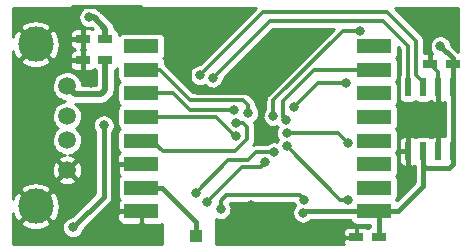
<source format=gbl>
G04 #@! TF.GenerationSoftware,KiCad,Pcbnew,no-vcs-found-feba091~58~ubuntu16.04.1*
G04 #@! TF.CreationDate,2017-03-28T10:35:50+03:00*
G04 #@! TF.ProjectId,serial_gw_ATSAMD21E,73657269616C5F67775F415453414D44,rev?*
G04 #@! TF.FileFunction,Copper,L2,Bot,Signal*
G04 #@! TF.FilePolarity,Positive*
%FSLAX46Y46*%
G04 Gerber Fmt 4.6, Leading zero omitted, Abs format (unit mm)*
G04 Created by KiCad (PCBNEW no-vcs-found-feba091~58~ubuntu16.04.1) date Tue Mar 28 10:35:50 2017*
%MOMM*%
%LPD*%
G01*
G04 APERTURE LIST*
%ADD10C,0.100000*%
%ADD11C,2.999740*%
%ADD12C,1.501140*%
%ADD13C,0.800000*%
%ADD14R,1.000000X1.000000*%
%ADD15R,1.200000X0.750000*%
%ADD16R,3.000000X1.200000*%
%ADD17R,0.600000X1.550000*%
%ADD18C,0.300000*%
%ADD19C,0.400000*%
%ADD20C,0.500000*%
%ADD21C,0.254000*%
G04 APERTURE END LIST*
D10*
D11*
X107135120Y-81044860D03*
X107135120Y-94760860D03*
D12*
X109802120Y-84600860D03*
X109802120Y-87140860D03*
X109802120Y-89172860D03*
X109802120Y-91712860D03*
D13*
X107800000Y-91900000D03*
X105800000Y-91900000D03*
X107800000Y-89900000D03*
X105800000Y-89900000D03*
X107800000Y-87900000D03*
X105800000Y-87900000D03*
X107800000Y-85900000D03*
X105800000Y-85900000D03*
X107800000Y-83900000D03*
X105800000Y-83900000D03*
D14*
X120700000Y-97300000D03*
D15*
X134300000Y-97400000D03*
X136200000Y-97400000D03*
D16*
X116100000Y-81200000D03*
X116100000Y-83200000D03*
X116100000Y-85200000D03*
X116100000Y-87200000D03*
X116100000Y-89200000D03*
X116100000Y-91200000D03*
X116100000Y-93200000D03*
X116100000Y-95200000D03*
X135800000Y-95200000D03*
X135800000Y-93200000D03*
X135800000Y-91200000D03*
X135800000Y-89200000D03*
X135800000Y-87200000D03*
X135800000Y-85200000D03*
X135800000Y-83200000D03*
X135800000Y-81200000D03*
D15*
X140550000Y-82700000D03*
X142450000Y-82700000D03*
D17*
X142505000Y-84700000D03*
X141235000Y-84700000D03*
X139965000Y-84700000D03*
X138695000Y-84700000D03*
X138695000Y-90100000D03*
X139965000Y-90100000D03*
X141235000Y-90100000D03*
X142505000Y-90100000D03*
D15*
X113050000Y-82400000D03*
X111150000Y-82400000D03*
X113050000Y-80600000D03*
X111150000Y-80600000D03*
D13*
X111800000Y-84349990D03*
X141900000Y-78400000D03*
X120200000Y-82600000D03*
X126105237Y-85545388D03*
X125404656Y-94650011D03*
X132715079Y-97490477D03*
X112900000Y-87900000D03*
X110300000Y-96549990D03*
X141400010Y-81200000D03*
X129800000Y-95300000D03*
X121683953Y-94386049D03*
X126600010Y-91049988D03*
X122800000Y-95000000D03*
X129900000Y-94200000D03*
X120700000Y-93600000D03*
X127290580Y-90193752D03*
X128427722Y-89692081D03*
X133626454Y-94214355D03*
X133599972Y-89408000D03*
X128399392Y-88592434D03*
X128976655Y-86367281D03*
X133400000Y-84300000D03*
X134600010Y-79899988D03*
X127276644Y-87125452D03*
X125140569Y-86857452D03*
X124096822Y-88775902D03*
X124128650Y-87676351D03*
X123924706Y-86595410D03*
X128332921Y-87432544D03*
X111673647Y-78750010D03*
X121050010Y-83680213D03*
X122134345Y-83865260D03*
D18*
X132715079Y-97490477D02*
X125509312Y-97490477D01*
X125509312Y-97490477D02*
X125404656Y-97385821D01*
X110300000Y-77900000D02*
X116065685Y-77900000D01*
X116065685Y-77900000D02*
X120200000Y-82034315D01*
X120200000Y-82034315D02*
X120200000Y-82600000D01*
X108655009Y-79544991D02*
X110300000Y-77900000D01*
X107135120Y-81044860D02*
X108634989Y-79544991D01*
X108634989Y-79544991D02*
X108655009Y-79544991D01*
X115200000Y-95200000D02*
X114200000Y-95200000D01*
X114200000Y-95200000D02*
X111900000Y-97500000D01*
X111900000Y-97500000D02*
X109874260Y-97500000D01*
X109874260Y-97500000D02*
X107135120Y-94760860D01*
X116100000Y-91200000D02*
X114300000Y-91200000D01*
X114300000Y-91200000D02*
X114149999Y-91350001D01*
X114149999Y-91350001D02*
X114149999Y-95200000D01*
X114149999Y-95200000D02*
X115200000Y-95200000D01*
X115200000Y-95200000D02*
X116100000Y-95200000D01*
X120845389Y-85145389D02*
X120200000Y-84500000D01*
X120200000Y-84500000D02*
X120200000Y-82600000D01*
X125705238Y-85145389D02*
X120845389Y-85145389D01*
X126105237Y-85545388D02*
X125705238Y-85145389D01*
X111150000Y-82400000D02*
X108490260Y-82400000D01*
X108490260Y-82400000D02*
X107135120Y-81044860D01*
X111800000Y-84349990D02*
X111150000Y-83699990D01*
X111150000Y-83699990D02*
X111150000Y-82400000D01*
X140550000Y-82700000D02*
X140550000Y-79750000D01*
X140550000Y-79750000D02*
X141900000Y-78400000D01*
X141235000Y-84700000D02*
X141235000Y-87700000D01*
X141235000Y-87700000D02*
X141235000Y-90100000D01*
X138695000Y-90100000D02*
X138695000Y-89025000D01*
X138695000Y-89025000D02*
X140020000Y-87700000D01*
X140020000Y-87700000D02*
X141235000Y-87700000D01*
X141235000Y-84700000D02*
X141235000Y-83385000D01*
X141235000Y-83385000D02*
X140550000Y-82700000D01*
X117000000Y-91200000D02*
X116100000Y-91200000D01*
X138695000Y-90100000D02*
X138695000Y-89625000D01*
X125404656Y-97385821D02*
X125404656Y-94650011D01*
X132715079Y-97490477D02*
X134209523Y-97490477D01*
X134209523Y-97490477D02*
X134300000Y-97400000D01*
D19*
X142505000Y-90100000D02*
X142505000Y-91175000D01*
X142505000Y-91175000D02*
X142180000Y-91500000D01*
X142180000Y-91500000D02*
X140165000Y-91500000D01*
X140165000Y-91500000D02*
X139965000Y-91300000D01*
X112900000Y-93949990D02*
X112900000Y-87900000D01*
X110300000Y-96549990D02*
X112900000Y-93949990D01*
X142450000Y-82700000D02*
X142450000Y-82249990D01*
X142450000Y-82249990D02*
X141400010Y-81200000D01*
X142505000Y-84700000D02*
X142505000Y-82755000D01*
X142505000Y-82755000D02*
X142450000Y-82700000D01*
X139965000Y-93035000D02*
X139965000Y-91300000D01*
X135800000Y-95200000D02*
X137800000Y-95200000D01*
X137800000Y-95200000D02*
X139965000Y-93035000D01*
X139965000Y-91300000D02*
X139965000Y-90100000D01*
X139965000Y-90575000D02*
X139965000Y-90100000D01*
X142505000Y-90100000D02*
X142505000Y-84700000D01*
X135800000Y-95200000D02*
X129900000Y-95200000D01*
X129900000Y-95200000D02*
X129800000Y-95300000D01*
X136200000Y-97400000D02*
X136200000Y-95600000D01*
X136200000Y-95600000D02*
X135800000Y-95200000D01*
D18*
X126199953Y-91450045D02*
X124619957Y-91450045D01*
X124619957Y-91450045D02*
X121683953Y-94386049D01*
X126600010Y-91049988D02*
X126199953Y-91450045D01*
X123299999Y-93800001D02*
X122800000Y-94300000D01*
X122800000Y-94300000D02*
X122800000Y-95000000D01*
X129500001Y-93800001D02*
X123299999Y-93800001D01*
X129900000Y-94200000D02*
X129500001Y-93800001D01*
X123449966Y-90850034D02*
X120700000Y-93600000D01*
X125761338Y-90193752D02*
X125105056Y-90850034D01*
X127290580Y-90193752D02*
X125761338Y-90193752D01*
X125105056Y-90850034D02*
X123449966Y-90850034D01*
D19*
X116100000Y-93200000D02*
X117800000Y-93200000D01*
X117800000Y-93200000D02*
X120700000Y-96100000D01*
X120700000Y-96100000D02*
X120700000Y-97300000D01*
D18*
X132949996Y-94214355D02*
X128427722Y-89692081D01*
X133626454Y-94214355D02*
X132949996Y-94214355D01*
X132784406Y-88592434D02*
X133599972Y-89408000D01*
X128399392Y-88592434D02*
X132784406Y-88592434D01*
X131043936Y-84300000D02*
X128976655Y-86367281D01*
X133400000Y-84300000D02*
X131043936Y-84300000D01*
X133184348Y-79899988D02*
X134600010Y-79899988D01*
X127276644Y-87125452D02*
X127276644Y-85807692D01*
X127276644Y-85807692D02*
X133184348Y-79899988D01*
X116100000Y-83200000D02*
X117651457Y-83200000D01*
X117651457Y-83200000D02*
X120196857Y-85745400D01*
X120196857Y-85745400D02*
X124696858Y-85745400D01*
X124696858Y-85745400D02*
X125140569Y-86189111D01*
X125140569Y-86189111D02*
X125140569Y-86857452D01*
X116100000Y-87200000D02*
X122426954Y-87200000D01*
X124002856Y-88775902D02*
X124096822Y-88775902D01*
X122426954Y-87200000D02*
X124002856Y-88775902D01*
X124694335Y-87676351D02*
X124128650Y-87676351D01*
X125050001Y-88032017D02*
X124694335Y-87676351D01*
X117000000Y-89200000D02*
X117900000Y-90100000D01*
X117900000Y-90100000D02*
X124058002Y-90100000D01*
X116100000Y-89200000D02*
X117000000Y-89200000D01*
X124058002Y-90100000D02*
X125050001Y-89108001D01*
X125050001Y-89108001D02*
X125050001Y-88032017D01*
X118802915Y-85200000D02*
X120198325Y-86595410D01*
X120198325Y-86595410D02*
X123924706Y-86595410D01*
X116100000Y-85200000D02*
X118802915Y-85200000D01*
X135800000Y-83200000D02*
X130741998Y-83200000D01*
X128126645Y-87226268D02*
X128332921Y-87432544D01*
X130741998Y-83200000D02*
X128126645Y-85815353D01*
X128126645Y-85815353D02*
X128126645Y-87226268D01*
D20*
X112075010Y-78750010D02*
X111673647Y-78750010D01*
X113050000Y-79725000D02*
X112075010Y-78750010D01*
X113050000Y-80600000D02*
X113050000Y-79725000D01*
D18*
X126430223Y-78300000D02*
X121050010Y-83680213D01*
X139365000Y-83625000D02*
X139365000Y-80765000D01*
X139965000Y-84225000D02*
X139365000Y-83625000D01*
X136900000Y-78300000D02*
X126430223Y-78300000D01*
X139965000Y-84700000D02*
X139965000Y-84225000D01*
X139365000Y-80765000D02*
X136900000Y-78300000D01*
X126949618Y-79049987D02*
X122134345Y-83865260D01*
X138695000Y-81184998D02*
X136559989Y-79049987D01*
X138695000Y-84700000D02*
X138695000Y-81184998D01*
X136559989Y-79049987D02*
X126949618Y-79049987D01*
D20*
X109802120Y-84600860D02*
X110501260Y-85300000D01*
X112700000Y-85300000D02*
X113050000Y-84950000D01*
X110501260Y-85300000D02*
X112700000Y-85300000D01*
X113050000Y-84950000D02*
X113050000Y-82400000D01*
D21*
G36*
X129071522Y-94625780D02*
X129107114Y-94681008D01*
X129086441Y-94701253D01*
X128983733Y-94851254D01*
X128912117Y-95018347D01*
X128874320Y-95196168D01*
X128871782Y-95377945D01*
X128904599Y-95556752D01*
X128971522Y-95725780D01*
X129070001Y-95878590D01*
X129196286Y-96009362D01*
X129345566Y-96113114D01*
X129512155Y-96185895D01*
X129689708Y-96224932D01*
X129871463Y-96228740D01*
X130050495Y-96197171D01*
X130219986Y-96131430D01*
X130373479Y-96034020D01*
X130485862Y-95927000D01*
X133787812Y-95927000D01*
X133810761Y-96002650D01*
X133859696Y-96094202D01*
X133925552Y-96174448D01*
X134005798Y-96240304D01*
X134097350Y-96289239D01*
X134196690Y-96319374D01*
X134300000Y-96329549D01*
X135473000Y-96329549D01*
X135473000Y-96512812D01*
X135397350Y-96535761D01*
X135305798Y-96584696D01*
X135250428Y-96630137D01*
X135235943Y-96615652D01*
X135149628Y-96557979D01*
X135053720Y-96518252D01*
X134951905Y-96498000D01*
X134504750Y-96498000D01*
X134373000Y-96629750D01*
X134373000Y-97327000D01*
X134393000Y-97327000D01*
X134393000Y-97473000D01*
X134373000Y-97473000D01*
X134373000Y-97493000D01*
X134227000Y-97493000D01*
X134227000Y-97473000D01*
X133304750Y-97473000D01*
X133173000Y-97604750D01*
X133173000Y-97826905D01*
X133193252Y-97928720D01*
X133221949Y-97998000D01*
X122427000Y-97998000D01*
X122427000Y-96973095D01*
X133173000Y-96973095D01*
X133173000Y-97195250D01*
X133304750Y-97327000D01*
X134227000Y-97327000D01*
X134227000Y-96629750D01*
X134095250Y-96498000D01*
X133648095Y-96498000D01*
X133546280Y-96518252D01*
X133450372Y-96557979D01*
X133364057Y-96615652D01*
X133290652Y-96689057D01*
X133232979Y-96775372D01*
X133193252Y-96871280D01*
X133173000Y-96973095D01*
X122427000Y-96973095D01*
X122427000Y-95848692D01*
X122512155Y-95885895D01*
X122689708Y-95924932D01*
X122871463Y-95928740D01*
X123050495Y-95897171D01*
X123219986Y-95831430D01*
X123373479Y-95734020D01*
X123505130Y-95608651D01*
X123609921Y-95460099D01*
X123683864Y-95294022D01*
X123724140Y-95116746D01*
X123727039Y-94909103D01*
X123691729Y-94730771D01*
X123622452Y-94562694D01*
X123571467Y-94485955D01*
X123580422Y-94477001D01*
X129012616Y-94477001D01*
X129071522Y-94625780D01*
X129071522Y-94625780D01*
G37*
X129071522Y-94625780D02*
X129107114Y-94681008D01*
X129086441Y-94701253D01*
X128983733Y-94851254D01*
X128912117Y-95018347D01*
X128874320Y-95196168D01*
X128871782Y-95377945D01*
X128904599Y-95556752D01*
X128971522Y-95725780D01*
X129070001Y-95878590D01*
X129196286Y-96009362D01*
X129345566Y-96113114D01*
X129512155Y-96185895D01*
X129689708Y-96224932D01*
X129871463Y-96228740D01*
X130050495Y-96197171D01*
X130219986Y-96131430D01*
X130373479Y-96034020D01*
X130485862Y-95927000D01*
X133787812Y-95927000D01*
X133810761Y-96002650D01*
X133859696Y-96094202D01*
X133925552Y-96174448D01*
X134005798Y-96240304D01*
X134097350Y-96289239D01*
X134196690Y-96319374D01*
X134300000Y-96329549D01*
X135473000Y-96329549D01*
X135473000Y-96512812D01*
X135397350Y-96535761D01*
X135305798Y-96584696D01*
X135250428Y-96630137D01*
X135235943Y-96615652D01*
X135149628Y-96557979D01*
X135053720Y-96518252D01*
X134951905Y-96498000D01*
X134504750Y-96498000D01*
X134373000Y-96629750D01*
X134373000Y-97327000D01*
X134393000Y-97327000D01*
X134393000Y-97473000D01*
X134373000Y-97473000D01*
X134373000Y-97493000D01*
X134227000Y-97493000D01*
X134227000Y-97473000D01*
X133304750Y-97473000D01*
X133173000Y-97604750D01*
X133173000Y-97826905D01*
X133193252Y-97928720D01*
X133221949Y-97998000D01*
X122427000Y-97998000D01*
X122427000Y-96973095D01*
X133173000Y-96973095D01*
X133173000Y-97195250D01*
X133304750Y-97327000D01*
X134227000Y-97327000D01*
X134227000Y-96629750D01*
X134095250Y-96498000D01*
X133648095Y-96498000D01*
X133546280Y-96518252D01*
X133450372Y-96557979D01*
X133364057Y-96615652D01*
X133290652Y-96689057D01*
X133232979Y-96775372D01*
X133193252Y-96871280D01*
X133173000Y-96973095D01*
X122427000Y-96973095D01*
X122427000Y-95848692D01*
X122512155Y-95885895D01*
X122689708Y-95924932D01*
X122871463Y-95928740D01*
X123050495Y-95897171D01*
X123219986Y-95831430D01*
X123373479Y-95734020D01*
X123505130Y-95608651D01*
X123609921Y-95460099D01*
X123683864Y-95294022D01*
X123724140Y-95116746D01*
X123727039Y-94909103D01*
X123691729Y-94730771D01*
X123622452Y-94562694D01*
X123571467Y-94485955D01*
X123580422Y-94477001D01*
X129012616Y-94477001D01*
X129071522Y-94625780D01*
G36*
X111089975Y-78024068D02*
X110960088Y-78151263D01*
X110857380Y-78301264D01*
X110785764Y-78468357D01*
X110747967Y-78646178D01*
X110745429Y-78827955D01*
X110778246Y-79006762D01*
X110845169Y-79175790D01*
X110943648Y-79328600D01*
X111069933Y-79459372D01*
X111219213Y-79563124D01*
X111385802Y-79635905D01*
X111563355Y-79674942D01*
X111745110Y-79678750D01*
X111880953Y-79654797D01*
X111973180Y-79747024D01*
X111903720Y-79718252D01*
X111801905Y-79698000D01*
X111354750Y-79698000D01*
X111223000Y-79829750D01*
X111223000Y-80527000D01*
X111243000Y-80527000D01*
X111243000Y-80673000D01*
X111223000Y-80673000D01*
X111223000Y-81370250D01*
X111352750Y-81500000D01*
X111223000Y-81629750D01*
X111223000Y-82327000D01*
X111243000Y-82327000D01*
X111243000Y-82473000D01*
X111223000Y-82473000D01*
X111223000Y-83170250D01*
X111354750Y-83302000D01*
X111801905Y-83302000D01*
X111903720Y-83281748D01*
X111999628Y-83242021D01*
X112085943Y-83184348D01*
X112100428Y-83169863D01*
X112155798Y-83215304D01*
X112247350Y-83264239D01*
X112273000Y-83272020D01*
X112273000Y-84523000D01*
X111079083Y-84523000D01*
X111079745Y-84475588D01*
X111031081Y-84229815D01*
X110935606Y-83998175D01*
X110796957Y-83789491D01*
X110620414Y-83611712D01*
X110412704Y-83471609D01*
X110181736Y-83374519D01*
X109936309Y-83324141D01*
X109685770Y-83322391D01*
X109439664Y-83369339D01*
X109207363Y-83463194D01*
X108997716Y-83600383D01*
X108818709Y-83775680D01*
X108677160Y-83982408D01*
X108578460Y-84212692D01*
X108526368Y-84457762D01*
X108522870Y-84708282D01*
X108568098Y-84954710D01*
X108660330Y-85187660D01*
X108796052Y-85398260D01*
X108970095Y-85578486D01*
X109175829Y-85721475D01*
X109405419Y-85821781D01*
X109634560Y-85872160D01*
X109439664Y-85909339D01*
X109207363Y-86003194D01*
X108997716Y-86140383D01*
X108818709Y-86315680D01*
X108677160Y-86522408D01*
X108578460Y-86752692D01*
X108526368Y-86997762D01*
X108522870Y-87248282D01*
X108568098Y-87494710D01*
X108660330Y-87727660D01*
X108796052Y-87938260D01*
X108970095Y-88118486D01*
X109023431Y-88155556D01*
X108997716Y-88172383D01*
X108818709Y-88347680D01*
X108677160Y-88554408D01*
X108578460Y-88784692D01*
X108526368Y-89029762D01*
X108522870Y-89280282D01*
X108568098Y-89526710D01*
X108660330Y-89759660D01*
X108796052Y-89970260D01*
X108970095Y-90150486D01*
X109175829Y-90293475D01*
X109405419Y-90393781D01*
X109640529Y-90445472D01*
X109529520Y-90458385D01*
X109290023Y-90535671D01*
X109107828Y-90633055D01*
X109040787Y-90848290D01*
X109802120Y-91609622D01*
X110563453Y-90848290D01*
X110496412Y-90633055D01*
X110272412Y-90518354D01*
X110030338Y-90449556D01*
X109954076Y-90443400D01*
X110147346Y-90409322D01*
X110380935Y-90318719D01*
X110592477Y-90184470D01*
X110773914Y-90011690D01*
X110918336Y-89806959D01*
X111020241Y-89578075D01*
X111075749Y-89333757D01*
X111079745Y-89047588D01*
X111031081Y-88801815D01*
X110935606Y-88570175D01*
X110796957Y-88361491D01*
X110620414Y-88183712D01*
X110583007Y-88158480D01*
X110592477Y-88152470D01*
X110773914Y-87979690D01*
X110918336Y-87774959D01*
X111020241Y-87546075D01*
X111075749Y-87301757D01*
X111079745Y-87015588D01*
X111031081Y-86769815D01*
X110935606Y-86538175D01*
X110796957Y-86329491D01*
X110620414Y-86151712D01*
X110509650Y-86077000D01*
X112700000Y-86077000D01*
X112771482Y-86069991D01*
X112842930Y-86063740D01*
X112846850Y-86062601D01*
X112850920Y-86062202D01*
X112919668Y-86041446D01*
X112988553Y-86021433D01*
X112992179Y-86019553D01*
X112996092Y-86018372D01*
X113059467Y-85984675D01*
X113123185Y-85951647D01*
X113126379Y-85949097D01*
X113129985Y-85947180D01*
X113185581Y-85901837D01*
X113241697Y-85857040D01*
X113247386Y-85851430D01*
X113247501Y-85851336D01*
X113247589Y-85851230D01*
X113249422Y-85849422D01*
X113599422Y-85499422D01*
X113644995Y-85443941D01*
X113691113Y-85388979D01*
X113693081Y-85385399D01*
X113695675Y-85382241D01*
X113729602Y-85318969D01*
X113764168Y-85256093D01*
X113765403Y-85252201D01*
X113767335Y-85248597D01*
X113788330Y-85179926D01*
X113810021Y-85111547D01*
X113810476Y-85107488D01*
X113811671Y-85103580D01*
X113818924Y-85032172D01*
X113826924Y-84960849D01*
X113826980Y-84952860D01*
X113826995Y-84952712D01*
X113826982Y-84952574D01*
X113827000Y-84950000D01*
X113827000Y-83272020D01*
X113852650Y-83264239D01*
X113944202Y-83215304D01*
X114024448Y-83149448D01*
X114070451Y-83093393D01*
X114070451Y-83800000D01*
X114080626Y-83903310D01*
X114110761Y-84002650D01*
X114159696Y-84094202D01*
X114225552Y-84174448D01*
X114256687Y-84200000D01*
X114225552Y-84225552D01*
X114159696Y-84305798D01*
X114110761Y-84397350D01*
X114080626Y-84496690D01*
X114070451Y-84600000D01*
X114070451Y-85800000D01*
X114080626Y-85903310D01*
X114110761Y-86002650D01*
X114159696Y-86094202D01*
X114225552Y-86174448D01*
X114256687Y-86200000D01*
X114225552Y-86225552D01*
X114159696Y-86305798D01*
X114110761Y-86397350D01*
X114080626Y-86496690D01*
X114070451Y-86600000D01*
X114070451Y-87800000D01*
X114080626Y-87903310D01*
X114110761Y-88002650D01*
X114159696Y-88094202D01*
X114225552Y-88174448D01*
X114256687Y-88200000D01*
X114225552Y-88225552D01*
X114159696Y-88305798D01*
X114110761Y-88397350D01*
X114080626Y-88496690D01*
X114070451Y-88600000D01*
X114070451Y-89800000D01*
X114080626Y-89903310D01*
X114110761Y-90002650D01*
X114159696Y-90094202D01*
X114225552Y-90174448D01*
X114255601Y-90199108D01*
X114190652Y-90264057D01*
X114132979Y-90350372D01*
X114093252Y-90446280D01*
X114073000Y-90548095D01*
X114073000Y-90995250D01*
X114204750Y-91127000D01*
X116027000Y-91127000D01*
X116027000Y-91107000D01*
X116173000Y-91107000D01*
X116173000Y-91127000D01*
X116193000Y-91127000D01*
X116193000Y-91273000D01*
X116173000Y-91273000D01*
X116173000Y-91293000D01*
X116027000Y-91293000D01*
X116027000Y-91273000D01*
X114204750Y-91273000D01*
X114073000Y-91404750D01*
X114073000Y-91851905D01*
X114093252Y-91953720D01*
X114132979Y-92049628D01*
X114190652Y-92135943D01*
X114255601Y-92200892D01*
X114225552Y-92225552D01*
X114159696Y-92305798D01*
X114110761Y-92397350D01*
X114080626Y-92496690D01*
X114070451Y-92600000D01*
X114070451Y-93800000D01*
X114080626Y-93903310D01*
X114110761Y-94002650D01*
X114159696Y-94094202D01*
X114225552Y-94174448D01*
X114255601Y-94199108D01*
X114190652Y-94264057D01*
X114132979Y-94350372D01*
X114093252Y-94446280D01*
X114073000Y-94548095D01*
X114073000Y-94995250D01*
X114204750Y-95127000D01*
X116027000Y-95127000D01*
X116027000Y-95107000D01*
X116173000Y-95107000D01*
X116173000Y-95127000D01*
X116193000Y-95127000D01*
X116193000Y-95273000D01*
X116173000Y-95273000D01*
X116173000Y-96195250D01*
X116304750Y-96327000D01*
X117651905Y-96327000D01*
X117753720Y-96306748D01*
X117849628Y-96267021D01*
X117873000Y-96251405D01*
X117873000Y-97998000D01*
X105202000Y-97998000D01*
X105202000Y-96158476D01*
X105840741Y-96158476D01*
X105997819Y-96450416D01*
X106349287Y-96639829D01*
X106730955Y-96757033D01*
X107128155Y-96797526D01*
X107525623Y-96759750D01*
X107908083Y-96645159D01*
X107940573Y-96627935D01*
X109371782Y-96627935D01*
X109404599Y-96806742D01*
X109471522Y-96975770D01*
X109570001Y-97128580D01*
X109696286Y-97259352D01*
X109845566Y-97363104D01*
X110012155Y-97435885D01*
X110189708Y-97474922D01*
X110371463Y-97478730D01*
X110550495Y-97447161D01*
X110719986Y-97381420D01*
X110873479Y-97284010D01*
X111005130Y-97158641D01*
X111109921Y-97010089D01*
X111183864Y-96844012D01*
X111224140Y-96666736D01*
X111224321Y-96653803D01*
X112473373Y-95404750D01*
X114073000Y-95404750D01*
X114073000Y-95851905D01*
X114093252Y-95953720D01*
X114132979Y-96049628D01*
X114190652Y-96135943D01*
X114264057Y-96209348D01*
X114350372Y-96267021D01*
X114446280Y-96306748D01*
X114548095Y-96327000D01*
X115895250Y-96327000D01*
X116027000Y-96195250D01*
X116027000Y-95273000D01*
X114204750Y-95273000D01*
X114073000Y-95404750D01*
X112473373Y-95404750D01*
X113414066Y-94464057D01*
X113456656Y-94412207D01*
X113499858Y-94360721D01*
X113501702Y-94357367D01*
X113504125Y-94354417D01*
X113535848Y-94295254D01*
X113568211Y-94236386D01*
X113569366Y-94232745D01*
X113571174Y-94229373D01*
X113590818Y-94165121D01*
X113611113Y-94101142D01*
X113611539Y-94097344D01*
X113612657Y-94093687D01*
X113619442Y-94026890D01*
X113626929Y-93960141D01*
X113626981Y-93952663D01*
X113626995Y-93952528D01*
X113626983Y-93952402D01*
X113627000Y-93949990D01*
X113627000Y-88477648D01*
X113709921Y-88360099D01*
X113783864Y-88194022D01*
X113824140Y-88016746D01*
X113827039Y-87809103D01*
X113791729Y-87630771D01*
X113722452Y-87462694D01*
X113621849Y-87311274D01*
X113493751Y-87182278D01*
X113343037Y-87080621D01*
X113175448Y-87010173D01*
X112997367Y-86973618D01*
X112815577Y-86972349D01*
X112637003Y-87006413D01*
X112468447Y-87074515D01*
X112316328Y-87174058D01*
X112186441Y-87301253D01*
X112083733Y-87451254D01*
X112012117Y-87618347D01*
X111974320Y-87796168D01*
X111971782Y-87977945D01*
X112004599Y-88156752D01*
X112071522Y-88325780D01*
X112170001Y-88478590D01*
X112173000Y-88481696D01*
X112173000Y-93648857D01*
X110195732Y-95626125D01*
X110037003Y-95656403D01*
X109868447Y-95724505D01*
X109716328Y-95824048D01*
X109586441Y-95951243D01*
X109483733Y-96101244D01*
X109412117Y-96268337D01*
X109374320Y-96446158D01*
X109371782Y-96627935D01*
X107940573Y-96627935D01*
X108260840Y-96458155D01*
X108272421Y-96450416D01*
X108429499Y-96158476D01*
X107135120Y-94864098D01*
X105840741Y-96158476D01*
X105202000Y-96158476D01*
X105202000Y-95370878D01*
X105250821Y-95533823D01*
X105437825Y-95886580D01*
X105445564Y-95898161D01*
X105737504Y-96055239D01*
X107031882Y-94760860D01*
X107238358Y-94760860D01*
X108532736Y-96055239D01*
X108824676Y-95898161D01*
X109014089Y-95546693D01*
X109131293Y-95165025D01*
X109171786Y-94767825D01*
X109134010Y-94370357D01*
X109019419Y-93987897D01*
X108832415Y-93635140D01*
X108824676Y-93623559D01*
X108532736Y-93466481D01*
X107238358Y-94760860D01*
X107031882Y-94760860D01*
X105737504Y-93466481D01*
X105445564Y-93623559D01*
X105256151Y-93975027D01*
X105202000Y-94151367D01*
X105202000Y-93363244D01*
X105840741Y-93363244D01*
X107135120Y-94657622D01*
X108429499Y-93363244D01*
X108272421Y-93071304D01*
X107920953Y-92881891D01*
X107539285Y-92764687D01*
X107142085Y-92724194D01*
X106744617Y-92761970D01*
X106362157Y-92876561D01*
X106009400Y-93063565D01*
X105997819Y-93071304D01*
X105840741Y-93363244D01*
X105202000Y-93363244D01*
X105202000Y-92577430D01*
X109040787Y-92577430D01*
X109107828Y-92792665D01*
X109331828Y-92907366D01*
X109573902Y-92976164D01*
X109824745Y-92996412D01*
X110074720Y-92967335D01*
X110314217Y-92890049D01*
X110496412Y-92792665D01*
X110563453Y-92577430D01*
X109802120Y-91816098D01*
X109040787Y-92577430D01*
X105202000Y-92577430D01*
X105202000Y-91735485D01*
X108518568Y-91735485D01*
X108547645Y-91985460D01*
X108624931Y-92224957D01*
X108722315Y-92407152D01*
X108937550Y-92474193D01*
X109698882Y-91712860D01*
X109905358Y-91712860D01*
X110666690Y-92474193D01*
X110881925Y-92407152D01*
X110996626Y-92183152D01*
X111065424Y-91941078D01*
X111085672Y-91690235D01*
X111056595Y-91440260D01*
X110979309Y-91200763D01*
X110881925Y-91018568D01*
X110666690Y-90951527D01*
X109905358Y-91712860D01*
X109698882Y-91712860D01*
X108937550Y-90951527D01*
X108722315Y-91018568D01*
X108607614Y-91242568D01*
X108538816Y-91484642D01*
X108518568Y-91735485D01*
X105202000Y-91735485D01*
X105202000Y-82442476D01*
X105840741Y-82442476D01*
X105997819Y-82734416D01*
X106349287Y-82923829D01*
X106730955Y-83041033D01*
X107128155Y-83081526D01*
X107525623Y-83043750D01*
X107908083Y-82929159D01*
X108260840Y-82742155D01*
X108272421Y-82734416D01*
X108342187Y-82604750D01*
X110023000Y-82604750D01*
X110023000Y-82826905D01*
X110043252Y-82928720D01*
X110082979Y-83024628D01*
X110140652Y-83110943D01*
X110214057Y-83184348D01*
X110300372Y-83242021D01*
X110396280Y-83281748D01*
X110498095Y-83302000D01*
X110945250Y-83302000D01*
X111077000Y-83170250D01*
X111077000Y-82473000D01*
X110154750Y-82473000D01*
X110023000Y-82604750D01*
X108342187Y-82604750D01*
X108429499Y-82442476D01*
X107135120Y-81148098D01*
X105840741Y-82442476D01*
X105202000Y-82442476D01*
X105202000Y-81654878D01*
X105250821Y-81817823D01*
X105437825Y-82170580D01*
X105445564Y-82182161D01*
X105737504Y-82339239D01*
X107031882Y-81044860D01*
X107238358Y-81044860D01*
X108532736Y-82339239D01*
X108824676Y-82182161D01*
X109014089Y-81830693D01*
X109131293Y-81449025D01*
X109171786Y-81051825D01*
X109148304Y-80804750D01*
X110023000Y-80804750D01*
X110023000Y-81026905D01*
X110043252Y-81128720D01*
X110082979Y-81224628D01*
X110140652Y-81310943D01*
X110214057Y-81384348D01*
X110300372Y-81442021D01*
X110396280Y-81481748D01*
X110488040Y-81500000D01*
X110396280Y-81518252D01*
X110300372Y-81557979D01*
X110214057Y-81615652D01*
X110140652Y-81689057D01*
X110082979Y-81775372D01*
X110043252Y-81871280D01*
X110023000Y-81973095D01*
X110023000Y-82195250D01*
X110154750Y-82327000D01*
X111077000Y-82327000D01*
X111077000Y-81629750D01*
X110947250Y-81500000D01*
X111077000Y-81370250D01*
X111077000Y-80673000D01*
X110154750Y-80673000D01*
X110023000Y-80804750D01*
X109148304Y-80804750D01*
X109134010Y-80654357D01*
X109019419Y-80271897D01*
X108967042Y-80173095D01*
X110023000Y-80173095D01*
X110023000Y-80395250D01*
X110154750Y-80527000D01*
X111077000Y-80527000D01*
X111077000Y-79829750D01*
X110945250Y-79698000D01*
X110498095Y-79698000D01*
X110396280Y-79718252D01*
X110300372Y-79757979D01*
X110214057Y-79815652D01*
X110140652Y-79889057D01*
X110082979Y-79975372D01*
X110043252Y-80071280D01*
X110023000Y-80173095D01*
X108967042Y-80173095D01*
X108832415Y-79919140D01*
X108824676Y-79907559D01*
X108532736Y-79750481D01*
X107238358Y-81044860D01*
X107031882Y-81044860D01*
X105737504Y-79750481D01*
X105445564Y-79907559D01*
X105256151Y-80259027D01*
X105202000Y-80435367D01*
X105202000Y-79647244D01*
X105840741Y-79647244D01*
X107135120Y-80941622D01*
X108429499Y-79647244D01*
X108272421Y-79355304D01*
X107920953Y-79165891D01*
X107539285Y-79048687D01*
X107142085Y-79008194D01*
X106744617Y-79045970D01*
X106362157Y-79160561D01*
X106009400Y-79347565D01*
X105997819Y-79355304D01*
X105840741Y-79647244D01*
X105202000Y-79647244D01*
X105202000Y-78002000D01*
X111123699Y-78002000D01*
X111089975Y-78024068D01*
X111089975Y-78024068D01*
G37*
X111089975Y-78024068D02*
X110960088Y-78151263D01*
X110857380Y-78301264D01*
X110785764Y-78468357D01*
X110747967Y-78646178D01*
X110745429Y-78827955D01*
X110778246Y-79006762D01*
X110845169Y-79175790D01*
X110943648Y-79328600D01*
X111069933Y-79459372D01*
X111219213Y-79563124D01*
X111385802Y-79635905D01*
X111563355Y-79674942D01*
X111745110Y-79678750D01*
X111880953Y-79654797D01*
X111973180Y-79747024D01*
X111903720Y-79718252D01*
X111801905Y-79698000D01*
X111354750Y-79698000D01*
X111223000Y-79829750D01*
X111223000Y-80527000D01*
X111243000Y-80527000D01*
X111243000Y-80673000D01*
X111223000Y-80673000D01*
X111223000Y-81370250D01*
X111352750Y-81500000D01*
X111223000Y-81629750D01*
X111223000Y-82327000D01*
X111243000Y-82327000D01*
X111243000Y-82473000D01*
X111223000Y-82473000D01*
X111223000Y-83170250D01*
X111354750Y-83302000D01*
X111801905Y-83302000D01*
X111903720Y-83281748D01*
X111999628Y-83242021D01*
X112085943Y-83184348D01*
X112100428Y-83169863D01*
X112155798Y-83215304D01*
X112247350Y-83264239D01*
X112273000Y-83272020D01*
X112273000Y-84523000D01*
X111079083Y-84523000D01*
X111079745Y-84475588D01*
X111031081Y-84229815D01*
X110935606Y-83998175D01*
X110796957Y-83789491D01*
X110620414Y-83611712D01*
X110412704Y-83471609D01*
X110181736Y-83374519D01*
X109936309Y-83324141D01*
X109685770Y-83322391D01*
X109439664Y-83369339D01*
X109207363Y-83463194D01*
X108997716Y-83600383D01*
X108818709Y-83775680D01*
X108677160Y-83982408D01*
X108578460Y-84212692D01*
X108526368Y-84457762D01*
X108522870Y-84708282D01*
X108568098Y-84954710D01*
X108660330Y-85187660D01*
X108796052Y-85398260D01*
X108970095Y-85578486D01*
X109175829Y-85721475D01*
X109405419Y-85821781D01*
X109634560Y-85872160D01*
X109439664Y-85909339D01*
X109207363Y-86003194D01*
X108997716Y-86140383D01*
X108818709Y-86315680D01*
X108677160Y-86522408D01*
X108578460Y-86752692D01*
X108526368Y-86997762D01*
X108522870Y-87248282D01*
X108568098Y-87494710D01*
X108660330Y-87727660D01*
X108796052Y-87938260D01*
X108970095Y-88118486D01*
X109023431Y-88155556D01*
X108997716Y-88172383D01*
X108818709Y-88347680D01*
X108677160Y-88554408D01*
X108578460Y-88784692D01*
X108526368Y-89029762D01*
X108522870Y-89280282D01*
X108568098Y-89526710D01*
X108660330Y-89759660D01*
X108796052Y-89970260D01*
X108970095Y-90150486D01*
X109175829Y-90293475D01*
X109405419Y-90393781D01*
X109640529Y-90445472D01*
X109529520Y-90458385D01*
X109290023Y-90535671D01*
X109107828Y-90633055D01*
X109040787Y-90848290D01*
X109802120Y-91609622D01*
X110563453Y-90848290D01*
X110496412Y-90633055D01*
X110272412Y-90518354D01*
X110030338Y-90449556D01*
X109954076Y-90443400D01*
X110147346Y-90409322D01*
X110380935Y-90318719D01*
X110592477Y-90184470D01*
X110773914Y-90011690D01*
X110918336Y-89806959D01*
X111020241Y-89578075D01*
X111075749Y-89333757D01*
X111079745Y-89047588D01*
X111031081Y-88801815D01*
X110935606Y-88570175D01*
X110796957Y-88361491D01*
X110620414Y-88183712D01*
X110583007Y-88158480D01*
X110592477Y-88152470D01*
X110773914Y-87979690D01*
X110918336Y-87774959D01*
X111020241Y-87546075D01*
X111075749Y-87301757D01*
X111079745Y-87015588D01*
X111031081Y-86769815D01*
X110935606Y-86538175D01*
X110796957Y-86329491D01*
X110620414Y-86151712D01*
X110509650Y-86077000D01*
X112700000Y-86077000D01*
X112771482Y-86069991D01*
X112842930Y-86063740D01*
X112846850Y-86062601D01*
X112850920Y-86062202D01*
X112919668Y-86041446D01*
X112988553Y-86021433D01*
X112992179Y-86019553D01*
X112996092Y-86018372D01*
X113059467Y-85984675D01*
X113123185Y-85951647D01*
X113126379Y-85949097D01*
X113129985Y-85947180D01*
X113185581Y-85901837D01*
X113241697Y-85857040D01*
X113247386Y-85851430D01*
X113247501Y-85851336D01*
X113247589Y-85851230D01*
X113249422Y-85849422D01*
X113599422Y-85499422D01*
X113644995Y-85443941D01*
X113691113Y-85388979D01*
X113693081Y-85385399D01*
X113695675Y-85382241D01*
X113729602Y-85318969D01*
X113764168Y-85256093D01*
X113765403Y-85252201D01*
X113767335Y-85248597D01*
X113788330Y-85179926D01*
X113810021Y-85111547D01*
X113810476Y-85107488D01*
X113811671Y-85103580D01*
X113818924Y-85032172D01*
X113826924Y-84960849D01*
X113826980Y-84952860D01*
X113826995Y-84952712D01*
X113826982Y-84952574D01*
X113827000Y-84950000D01*
X113827000Y-83272020D01*
X113852650Y-83264239D01*
X113944202Y-83215304D01*
X114024448Y-83149448D01*
X114070451Y-83093393D01*
X114070451Y-83800000D01*
X114080626Y-83903310D01*
X114110761Y-84002650D01*
X114159696Y-84094202D01*
X114225552Y-84174448D01*
X114256687Y-84200000D01*
X114225552Y-84225552D01*
X114159696Y-84305798D01*
X114110761Y-84397350D01*
X114080626Y-84496690D01*
X114070451Y-84600000D01*
X114070451Y-85800000D01*
X114080626Y-85903310D01*
X114110761Y-86002650D01*
X114159696Y-86094202D01*
X114225552Y-86174448D01*
X114256687Y-86200000D01*
X114225552Y-86225552D01*
X114159696Y-86305798D01*
X114110761Y-86397350D01*
X114080626Y-86496690D01*
X114070451Y-86600000D01*
X114070451Y-87800000D01*
X114080626Y-87903310D01*
X114110761Y-88002650D01*
X114159696Y-88094202D01*
X114225552Y-88174448D01*
X114256687Y-88200000D01*
X114225552Y-88225552D01*
X114159696Y-88305798D01*
X114110761Y-88397350D01*
X114080626Y-88496690D01*
X114070451Y-88600000D01*
X114070451Y-89800000D01*
X114080626Y-89903310D01*
X114110761Y-90002650D01*
X114159696Y-90094202D01*
X114225552Y-90174448D01*
X114255601Y-90199108D01*
X114190652Y-90264057D01*
X114132979Y-90350372D01*
X114093252Y-90446280D01*
X114073000Y-90548095D01*
X114073000Y-90995250D01*
X114204750Y-91127000D01*
X116027000Y-91127000D01*
X116027000Y-91107000D01*
X116173000Y-91107000D01*
X116173000Y-91127000D01*
X116193000Y-91127000D01*
X116193000Y-91273000D01*
X116173000Y-91273000D01*
X116173000Y-91293000D01*
X116027000Y-91293000D01*
X116027000Y-91273000D01*
X114204750Y-91273000D01*
X114073000Y-91404750D01*
X114073000Y-91851905D01*
X114093252Y-91953720D01*
X114132979Y-92049628D01*
X114190652Y-92135943D01*
X114255601Y-92200892D01*
X114225552Y-92225552D01*
X114159696Y-92305798D01*
X114110761Y-92397350D01*
X114080626Y-92496690D01*
X114070451Y-92600000D01*
X114070451Y-93800000D01*
X114080626Y-93903310D01*
X114110761Y-94002650D01*
X114159696Y-94094202D01*
X114225552Y-94174448D01*
X114255601Y-94199108D01*
X114190652Y-94264057D01*
X114132979Y-94350372D01*
X114093252Y-94446280D01*
X114073000Y-94548095D01*
X114073000Y-94995250D01*
X114204750Y-95127000D01*
X116027000Y-95127000D01*
X116027000Y-95107000D01*
X116173000Y-95107000D01*
X116173000Y-95127000D01*
X116193000Y-95127000D01*
X116193000Y-95273000D01*
X116173000Y-95273000D01*
X116173000Y-96195250D01*
X116304750Y-96327000D01*
X117651905Y-96327000D01*
X117753720Y-96306748D01*
X117849628Y-96267021D01*
X117873000Y-96251405D01*
X117873000Y-97998000D01*
X105202000Y-97998000D01*
X105202000Y-96158476D01*
X105840741Y-96158476D01*
X105997819Y-96450416D01*
X106349287Y-96639829D01*
X106730955Y-96757033D01*
X107128155Y-96797526D01*
X107525623Y-96759750D01*
X107908083Y-96645159D01*
X107940573Y-96627935D01*
X109371782Y-96627935D01*
X109404599Y-96806742D01*
X109471522Y-96975770D01*
X109570001Y-97128580D01*
X109696286Y-97259352D01*
X109845566Y-97363104D01*
X110012155Y-97435885D01*
X110189708Y-97474922D01*
X110371463Y-97478730D01*
X110550495Y-97447161D01*
X110719986Y-97381420D01*
X110873479Y-97284010D01*
X111005130Y-97158641D01*
X111109921Y-97010089D01*
X111183864Y-96844012D01*
X111224140Y-96666736D01*
X111224321Y-96653803D01*
X112473373Y-95404750D01*
X114073000Y-95404750D01*
X114073000Y-95851905D01*
X114093252Y-95953720D01*
X114132979Y-96049628D01*
X114190652Y-96135943D01*
X114264057Y-96209348D01*
X114350372Y-96267021D01*
X114446280Y-96306748D01*
X114548095Y-96327000D01*
X115895250Y-96327000D01*
X116027000Y-96195250D01*
X116027000Y-95273000D01*
X114204750Y-95273000D01*
X114073000Y-95404750D01*
X112473373Y-95404750D01*
X113414066Y-94464057D01*
X113456656Y-94412207D01*
X113499858Y-94360721D01*
X113501702Y-94357367D01*
X113504125Y-94354417D01*
X113535848Y-94295254D01*
X113568211Y-94236386D01*
X113569366Y-94232745D01*
X113571174Y-94229373D01*
X113590818Y-94165121D01*
X113611113Y-94101142D01*
X113611539Y-94097344D01*
X113612657Y-94093687D01*
X113619442Y-94026890D01*
X113626929Y-93960141D01*
X113626981Y-93952663D01*
X113626995Y-93952528D01*
X113626983Y-93952402D01*
X113627000Y-93949990D01*
X113627000Y-88477648D01*
X113709921Y-88360099D01*
X113783864Y-88194022D01*
X113824140Y-88016746D01*
X113827039Y-87809103D01*
X113791729Y-87630771D01*
X113722452Y-87462694D01*
X113621849Y-87311274D01*
X113493751Y-87182278D01*
X113343037Y-87080621D01*
X113175448Y-87010173D01*
X112997367Y-86973618D01*
X112815577Y-86972349D01*
X112637003Y-87006413D01*
X112468447Y-87074515D01*
X112316328Y-87174058D01*
X112186441Y-87301253D01*
X112083733Y-87451254D01*
X112012117Y-87618347D01*
X111974320Y-87796168D01*
X111971782Y-87977945D01*
X112004599Y-88156752D01*
X112071522Y-88325780D01*
X112170001Y-88478590D01*
X112173000Y-88481696D01*
X112173000Y-93648857D01*
X110195732Y-95626125D01*
X110037003Y-95656403D01*
X109868447Y-95724505D01*
X109716328Y-95824048D01*
X109586441Y-95951243D01*
X109483733Y-96101244D01*
X109412117Y-96268337D01*
X109374320Y-96446158D01*
X109371782Y-96627935D01*
X107940573Y-96627935D01*
X108260840Y-96458155D01*
X108272421Y-96450416D01*
X108429499Y-96158476D01*
X107135120Y-94864098D01*
X105840741Y-96158476D01*
X105202000Y-96158476D01*
X105202000Y-95370878D01*
X105250821Y-95533823D01*
X105437825Y-95886580D01*
X105445564Y-95898161D01*
X105737504Y-96055239D01*
X107031882Y-94760860D01*
X107238358Y-94760860D01*
X108532736Y-96055239D01*
X108824676Y-95898161D01*
X109014089Y-95546693D01*
X109131293Y-95165025D01*
X109171786Y-94767825D01*
X109134010Y-94370357D01*
X109019419Y-93987897D01*
X108832415Y-93635140D01*
X108824676Y-93623559D01*
X108532736Y-93466481D01*
X107238358Y-94760860D01*
X107031882Y-94760860D01*
X105737504Y-93466481D01*
X105445564Y-93623559D01*
X105256151Y-93975027D01*
X105202000Y-94151367D01*
X105202000Y-93363244D01*
X105840741Y-93363244D01*
X107135120Y-94657622D01*
X108429499Y-93363244D01*
X108272421Y-93071304D01*
X107920953Y-92881891D01*
X107539285Y-92764687D01*
X107142085Y-92724194D01*
X106744617Y-92761970D01*
X106362157Y-92876561D01*
X106009400Y-93063565D01*
X105997819Y-93071304D01*
X105840741Y-93363244D01*
X105202000Y-93363244D01*
X105202000Y-92577430D01*
X109040787Y-92577430D01*
X109107828Y-92792665D01*
X109331828Y-92907366D01*
X109573902Y-92976164D01*
X109824745Y-92996412D01*
X110074720Y-92967335D01*
X110314217Y-92890049D01*
X110496412Y-92792665D01*
X110563453Y-92577430D01*
X109802120Y-91816098D01*
X109040787Y-92577430D01*
X105202000Y-92577430D01*
X105202000Y-91735485D01*
X108518568Y-91735485D01*
X108547645Y-91985460D01*
X108624931Y-92224957D01*
X108722315Y-92407152D01*
X108937550Y-92474193D01*
X109698882Y-91712860D01*
X109905358Y-91712860D01*
X110666690Y-92474193D01*
X110881925Y-92407152D01*
X110996626Y-92183152D01*
X111065424Y-91941078D01*
X111085672Y-91690235D01*
X111056595Y-91440260D01*
X110979309Y-91200763D01*
X110881925Y-91018568D01*
X110666690Y-90951527D01*
X109905358Y-91712860D01*
X109698882Y-91712860D01*
X108937550Y-90951527D01*
X108722315Y-91018568D01*
X108607614Y-91242568D01*
X108538816Y-91484642D01*
X108518568Y-91735485D01*
X105202000Y-91735485D01*
X105202000Y-82442476D01*
X105840741Y-82442476D01*
X105997819Y-82734416D01*
X106349287Y-82923829D01*
X106730955Y-83041033D01*
X107128155Y-83081526D01*
X107525623Y-83043750D01*
X107908083Y-82929159D01*
X108260840Y-82742155D01*
X108272421Y-82734416D01*
X108342187Y-82604750D01*
X110023000Y-82604750D01*
X110023000Y-82826905D01*
X110043252Y-82928720D01*
X110082979Y-83024628D01*
X110140652Y-83110943D01*
X110214057Y-83184348D01*
X110300372Y-83242021D01*
X110396280Y-83281748D01*
X110498095Y-83302000D01*
X110945250Y-83302000D01*
X111077000Y-83170250D01*
X111077000Y-82473000D01*
X110154750Y-82473000D01*
X110023000Y-82604750D01*
X108342187Y-82604750D01*
X108429499Y-82442476D01*
X107135120Y-81148098D01*
X105840741Y-82442476D01*
X105202000Y-82442476D01*
X105202000Y-81654878D01*
X105250821Y-81817823D01*
X105437825Y-82170580D01*
X105445564Y-82182161D01*
X105737504Y-82339239D01*
X107031882Y-81044860D01*
X107238358Y-81044860D01*
X108532736Y-82339239D01*
X108824676Y-82182161D01*
X109014089Y-81830693D01*
X109131293Y-81449025D01*
X109171786Y-81051825D01*
X109148304Y-80804750D01*
X110023000Y-80804750D01*
X110023000Y-81026905D01*
X110043252Y-81128720D01*
X110082979Y-81224628D01*
X110140652Y-81310943D01*
X110214057Y-81384348D01*
X110300372Y-81442021D01*
X110396280Y-81481748D01*
X110488040Y-81500000D01*
X110396280Y-81518252D01*
X110300372Y-81557979D01*
X110214057Y-81615652D01*
X110140652Y-81689057D01*
X110082979Y-81775372D01*
X110043252Y-81871280D01*
X110023000Y-81973095D01*
X110023000Y-82195250D01*
X110154750Y-82327000D01*
X111077000Y-82327000D01*
X111077000Y-81629750D01*
X110947250Y-81500000D01*
X111077000Y-81370250D01*
X111077000Y-80673000D01*
X110154750Y-80673000D01*
X110023000Y-80804750D01*
X109148304Y-80804750D01*
X109134010Y-80654357D01*
X109019419Y-80271897D01*
X108967042Y-80173095D01*
X110023000Y-80173095D01*
X110023000Y-80395250D01*
X110154750Y-80527000D01*
X111077000Y-80527000D01*
X111077000Y-79829750D01*
X110945250Y-79698000D01*
X110498095Y-79698000D01*
X110396280Y-79718252D01*
X110300372Y-79757979D01*
X110214057Y-79815652D01*
X110140652Y-79889057D01*
X110082979Y-79975372D01*
X110043252Y-80071280D01*
X110023000Y-80173095D01*
X108967042Y-80173095D01*
X108832415Y-79919140D01*
X108824676Y-79907559D01*
X108532736Y-79750481D01*
X107238358Y-81044860D01*
X107031882Y-81044860D01*
X105737504Y-79750481D01*
X105445564Y-79907559D01*
X105256151Y-80259027D01*
X105202000Y-80435367D01*
X105202000Y-79647244D01*
X105840741Y-79647244D01*
X107135120Y-80941622D01*
X108429499Y-79647244D01*
X108272421Y-79355304D01*
X107920953Y-79165891D01*
X107539285Y-79048687D01*
X107142085Y-79008194D01*
X106744617Y-79045970D01*
X106362157Y-79160561D01*
X106009400Y-79347565D01*
X105997819Y-79355304D01*
X105840741Y-79647244D01*
X105202000Y-79647244D01*
X105202000Y-78002000D01*
X111123699Y-78002000D01*
X111089975Y-78024068D01*
G36*
X138018000Y-81465421D02*
X138018000Y-83553662D01*
X137954696Y-83630798D01*
X137905761Y-83722350D01*
X137875626Y-83821690D01*
X137865451Y-83925000D01*
X137865451Y-85475000D01*
X137875626Y-85578310D01*
X137905761Y-85677650D01*
X137954696Y-85769202D01*
X138020552Y-85849448D01*
X138100798Y-85915304D01*
X138192350Y-85964239D01*
X138291690Y-85994374D01*
X138395000Y-86004549D01*
X138995000Y-86004549D01*
X139098310Y-85994374D01*
X139197650Y-85964239D01*
X139289202Y-85915304D01*
X139330000Y-85881822D01*
X139370798Y-85915304D01*
X139462350Y-85964239D01*
X139561690Y-85994374D01*
X139665000Y-86004549D01*
X140265000Y-86004549D01*
X140368310Y-85994374D01*
X140467650Y-85964239D01*
X140559202Y-85915304D01*
X140598095Y-85883386D01*
X140599057Y-85884348D01*
X140685372Y-85942021D01*
X140781280Y-85981748D01*
X140883095Y-86002000D01*
X141030250Y-86002000D01*
X141162000Y-85870250D01*
X141162000Y-84773000D01*
X141142000Y-84773000D01*
X141142000Y-84627000D01*
X141162000Y-84627000D01*
X141162000Y-84607000D01*
X141308000Y-84607000D01*
X141308000Y-84627000D01*
X141328000Y-84627000D01*
X141328000Y-84773000D01*
X141308000Y-84773000D01*
X141308000Y-85870250D01*
X141439750Y-86002000D01*
X141586905Y-86002000D01*
X141688720Y-85981748D01*
X141778000Y-85944766D01*
X141778000Y-88855234D01*
X141688720Y-88818252D01*
X141586905Y-88798000D01*
X141439750Y-88798000D01*
X141308000Y-88929750D01*
X141308000Y-90027000D01*
X141328000Y-90027000D01*
X141328000Y-90173000D01*
X141308000Y-90173000D01*
X141308000Y-90193000D01*
X141162000Y-90193000D01*
X141162000Y-90173000D01*
X141142000Y-90173000D01*
X141142000Y-90027000D01*
X141162000Y-90027000D01*
X141162000Y-88929750D01*
X141030250Y-88798000D01*
X140883095Y-88798000D01*
X140781280Y-88818252D01*
X140685372Y-88857979D01*
X140599057Y-88915652D01*
X140598095Y-88916614D01*
X140559202Y-88884696D01*
X140467650Y-88835761D01*
X140368310Y-88805626D01*
X140265000Y-88795451D01*
X139665000Y-88795451D01*
X139561690Y-88805626D01*
X139462350Y-88835761D01*
X139370798Y-88884696D01*
X139331905Y-88916614D01*
X139330943Y-88915652D01*
X139244628Y-88857979D01*
X139148720Y-88818252D01*
X139046905Y-88798000D01*
X138899750Y-88798000D01*
X138768000Y-88929750D01*
X138768000Y-90027000D01*
X138788000Y-90027000D01*
X138788000Y-90173000D01*
X138768000Y-90173000D01*
X138768000Y-91270250D01*
X138899750Y-91402000D01*
X139046905Y-91402000D01*
X139148720Y-91381748D01*
X139238000Y-91344766D01*
X139238000Y-92733867D01*
X137706842Y-94265024D01*
X137674448Y-94225552D01*
X137643313Y-94200000D01*
X137674448Y-94174448D01*
X137740304Y-94094202D01*
X137789239Y-94002650D01*
X137819374Y-93903310D01*
X137829549Y-93800000D01*
X137829549Y-92600000D01*
X137819374Y-92496690D01*
X137789239Y-92397350D01*
X137740304Y-92305798D01*
X137674448Y-92225552D01*
X137643313Y-92200000D01*
X137674448Y-92174448D01*
X137740304Y-92094202D01*
X137789239Y-92002650D01*
X137819374Y-91903310D01*
X137829549Y-91800000D01*
X137829549Y-90600000D01*
X137819374Y-90496690D01*
X137789239Y-90397350D01*
X137740304Y-90305798D01*
X137739444Y-90304750D01*
X137868000Y-90304750D01*
X137868000Y-90926905D01*
X137888252Y-91028720D01*
X137927979Y-91124628D01*
X137985652Y-91210943D01*
X138059057Y-91284348D01*
X138145372Y-91342021D01*
X138241280Y-91381748D01*
X138343095Y-91402000D01*
X138490250Y-91402000D01*
X138622000Y-91270250D01*
X138622000Y-90173000D01*
X137999750Y-90173000D01*
X137868000Y-90304750D01*
X137739444Y-90304750D01*
X137674448Y-90225552D01*
X137643313Y-90200000D01*
X137674448Y-90174448D01*
X137740304Y-90094202D01*
X137789239Y-90002650D01*
X137819374Y-89903310D01*
X137829549Y-89800000D01*
X137829549Y-89273095D01*
X137868000Y-89273095D01*
X137868000Y-89895250D01*
X137999750Y-90027000D01*
X138622000Y-90027000D01*
X138622000Y-88929750D01*
X138490250Y-88798000D01*
X138343095Y-88798000D01*
X138241280Y-88818252D01*
X138145372Y-88857979D01*
X138059057Y-88915652D01*
X137985652Y-88989057D01*
X137927979Y-89075372D01*
X137888252Y-89171280D01*
X137868000Y-89273095D01*
X137829549Y-89273095D01*
X137829549Y-88600000D01*
X137819374Y-88496690D01*
X137789239Y-88397350D01*
X137740304Y-88305798D01*
X137674448Y-88225552D01*
X137643313Y-88200000D01*
X137674448Y-88174448D01*
X137740304Y-88094202D01*
X137789239Y-88002650D01*
X137819374Y-87903310D01*
X137829549Y-87800000D01*
X137829549Y-86600000D01*
X137819374Y-86496690D01*
X137789239Y-86397350D01*
X137740304Y-86305798D01*
X137674448Y-86225552D01*
X137643313Y-86200000D01*
X137674448Y-86174448D01*
X137740304Y-86094202D01*
X137789239Y-86002650D01*
X137819374Y-85903310D01*
X137829549Y-85800000D01*
X137829549Y-84600000D01*
X137819374Y-84496690D01*
X137789239Y-84397350D01*
X137740304Y-84305798D01*
X137674448Y-84225552D01*
X137643313Y-84200000D01*
X137674448Y-84174448D01*
X137740304Y-84094202D01*
X137789239Y-84002650D01*
X137819374Y-83903310D01*
X137829549Y-83800000D01*
X137829549Y-82600000D01*
X137819374Y-82496690D01*
X137789239Y-82397350D01*
X137740304Y-82305798D01*
X137674448Y-82225552D01*
X137643313Y-82200000D01*
X137674448Y-82174448D01*
X137740304Y-82094202D01*
X137789239Y-82002650D01*
X137819374Y-81903310D01*
X137829549Y-81800000D01*
X137829549Y-81276970D01*
X138018000Y-81465421D01*
X138018000Y-81465421D01*
G37*
X138018000Y-81465421D02*
X138018000Y-83553662D01*
X137954696Y-83630798D01*
X137905761Y-83722350D01*
X137875626Y-83821690D01*
X137865451Y-83925000D01*
X137865451Y-85475000D01*
X137875626Y-85578310D01*
X137905761Y-85677650D01*
X137954696Y-85769202D01*
X138020552Y-85849448D01*
X138100798Y-85915304D01*
X138192350Y-85964239D01*
X138291690Y-85994374D01*
X138395000Y-86004549D01*
X138995000Y-86004549D01*
X139098310Y-85994374D01*
X139197650Y-85964239D01*
X139289202Y-85915304D01*
X139330000Y-85881822D01*
X139370798Y-85915304D01*
X139462350Y-85964239D01*
X139561690Y-85994374D01*
X139665000Y-86004549D01*
X140265000Y-86004549D01*
X140368310Y-85994374D01*
X140467650Y-85964239D01*
X140559202Y-85915304D01*
X140598095Y-85883386D01*
X140599057Y-85884348D01*
X140685372Y-85942021D01*
X140781280Y-85981748D01*
X140883095Y-86002000D01*
X141030250Y-86002000D01*
X141162000Y-85870250D01*
X141162000Y-84773000D01*
X141142000Y-84773000D01*
X141142000Y-84627000D01*
X141162000Y-84627000D01*
X141162000Y-84607000D01*
X141308000Y-84607000D01*
X141308000Y-84627000D01*
X141328000Y-84627000D01*
X141328000Y-84773000D01*
X141308000Y-84773000D01*
X141308000Y-85870250D01*
X141439750Y-86002000D01*
X141586905Y-86002000D01*
X141688720Y-85981748D01*
X141778000Y-85944766D01*
X141778000Y-88855234D01*
X141688720Y-88818252D01*
X141586905Y-88798000D01*
X141439750Y-88798000D01*
X141308000Y-88929750D01*
X141308000Y-90027000D01*
X141328000Y-90027000D01*
X141328000Y-90173000D01*
X141308000Y-90173000D01*
X141308000Y-90193000D01*
X141162000Y-90193000D01*
X141162000Y-90173000D01*
X141142000Y-90173000D01*
X141142000Y-90027000D01*
X141162000Y-90027000D01*
X141162000Y-88929750D01*
X141030250Y-88798000D01*
X140883095Y-88798000D01*
X140781280Y-88818252D01*
X140685372Y-88857979D01*
X140599057Y-88915652D01*
X140598095Y-88916614D01*
X140559202Y-88884696D01*
X140467650Y-88835761D01*
X140368310Y-88805626D01*
X140265000Y-88795451D01*
X139665000Y-88795451D01*
X139561690Y-88805626D01*
X139462350Y-88835761D01*
X139370798Y-88884696D01*
X139331905Y-88916614D01*
X139330943Y-88915652D01*
X139244628Y-88857979D01*
X139148720Y-88818252D01*
X139046905Y-88798000D01*
X138899750Y-88798000D01*
X138768000Y-88929750D01*
X138768000Y-90027000D01*
X138788000Y-90027000D01*
X138788000Y-90173000D01*
X138768000Y-90173000D01*
X138768000Y-91270250D01*
X138899750Y-91402000D01*
X139046905Y-91402000D01*
X139148720Y-91381748D01*
X139238000Y-91344766D01*
X139238000Y-92733867D01*
X137706842Y-94265024D01*
X137674448Y-94225552D01*
X137643313Y-94200000D01*
X137674448Y-94174448D01*
X137740304Y-94094202D01*
X137789239Y-94002650D01*
X137819374Y-93903310D01*
X137829549Y-93800000D01*
X137829549Y-92600000D01*
X137819374Y-92496690D01*
X137789239Y-92397350D01*
X137740304Y-92305798D01*
X137674448Y-92225552D01*
X137643313Y-92200000D01*
X137674448Y-92174448D01*
X137740304Y-92094202D01*
X137789239Y-92002650D01*
X137819374Y-91903310D01*
X137829549Y-91800000D01*
X137829549Y-90600000D01*
X137819374Y-90496690D01*
X137789239Y-90397350D01*
X137740304Y-90305798D01*
X137739444Y-90304750D01*
X137868000Y-90304750D01*
X137868000Y-90926905D01*
X137888252Y-91028720D01*
X137927979Y-91124628D01*
X137985652Y-91210943D01*
X138059057Y-91284348D01*
X138145372Y-91342021D01*
X138241280Y-91381748D01*
X138343095Y-91402000D01*
X138490250Y-91402000D01*
X138622000Y-91270250D01*
X138622000Y-90173000D01*
X137999750Y-90173000D01*
X137868000Y-90304750D01*
X137739444Y-90304750D01*
X137674448Y-90225552D01*
X137643313Y-90200000D01*
X137674448Y-90174448D01*
X137740304Y-90094202D01*
X137789239Y-90002650D01*
X137819374Y-89903310D01*
X137829549Y-89800000D01*
X137829549Y-89273095D01*
X137868000Y-89273095D01*
X137868000Y-89895250D01*
X137999750Y-90027000D01*
X138622000Y-90027000D01*
X138622000Y-88929750D01*
X138490250Y-88798000D01*
X138343095Y-88798000D01*
X138241280Y-88818252D01*
X138145372Y-88857979D01*
X138059057Y-88915652D01*
X137985652Y-88989057D01*
X137927979Y-89075372D01*
X137888252Y-89171280D01*
X137868000Y-89273095D01*
X137829549Y-89273095D01*
X137829549Y-88600000D01*
X137819374Y-88496690D01*
X137789239Y-88397350D01*
X137740304Y-88305798D01*
X137674448Y-88225552D01*
X137643313Y-88200000D01*
X137674448Y-88174448D01*
X137740304Y-88094202D01*
X137789239Y-88002650D01*
X137819374Y-87903310D01*
X137829549Y-87800000D01*
X137829549Y-86600000D01*
X137819374Y-86496690D01*
X137789239Y-86397350D01*
X137740304Y-86305798D01*
X137674448Y-86225552D01*
X137643313Y-86200000D01*
X137674448Y-86174448D01*
X137740304Y-86094202D01*
X137789239Y-86002650D01*
X137819374Y-85903310D01*
X137829549Y-85800000D01*
X137829549Y-84600000D01*
X137819374Y-84496690D01*
X137789239Y-84397350D01*
X137740304Y-84305798D01*
X137674448Y-84225552D01*
X137643313Y-84200000D01*
X137674448Y-84174448D01*
X137740304Y-84094202D01*
X137789239Y-84002650D01*
X137819374Y-83903310D01*
X137829549Y-83800000D01*
X137829549Y-82600000D01*
X137819374Y-82496690D01*
X137789239Y-82397350D01*
X137740304Y-82305798D01*
X137674448Y-82225552D01*
X137643313Y-82200000D01*
X137674448Y-82174448D01*
X137740304Y-82094202D01*
X137789239Y-82002650D01*
X137819374Y-81903310D01*
X137829549Y-81800000D01*
X137829549Y-81276970D01*
X138018000Y-81465421D01*
G36*
X121019860Y-82752941D02*
X120965587Y-82752562D01*
X120787013Y-82786626D01*
X120618457Y-82854728D01*
X120466338Y-82954271D01*
X120336451Y-83081466D01*
X120233743Y-83231467D01*
X120162127Y-83398560D01*
X120124330Y-83576381D01*
X120121792Y-83758158D01*
X120154609Y-83936965D01*
X120221532Y-84105993D01*
X120320011Y-84258803D01*
X120446296Y-84389575D01*
X120595576Y-84493327D01*
X120762165Y-84566108D01*
X120939718Y-84605145D01*
X121121473Y-84608953D01*
X121300505Y-84577384D01*
X121469863Y-84511695D01*
X121530631Y-84574622D01*
X121679911Y-84678374D01*
X121846500Y-84751155D01*
X122024053Y-84790192D01*
X122205808Y-84794000D01*
X122384840Y-84762431D01*
X122554331Y-84696690D01*
X122707824Y-84599280D01*
X122839475Y-84473911D01*
X122944266Y-84325359D01*
X123018209Y-84159282D01*
X123058485Y-83982006D01*
X123059667Y-83897360D01*
X127230041Y-79726987D01*
X132399927Y-79726987D01*
X126797933Y-85328981D01*
X126758253Y-85377288D01*
X126718042Y-85425209D01*
X126716327Y-85428329D01*
X126714067Y-85431080D01*
X126684511Y-85486201D01*
X126654389Y-85540993D01*
X126653313Y-85544386D01*
X126651630Y-85547524D01*
X126633338Y-85607356D01*
X126614438Y-85666936D01*
X126614041Y-85670472D01*
X126613000Y-85673878D01*
X126606683Y-85736075D01*
X126599710Y-85798240D01*
X126599661Y-85805207D01*
X126599649Y-85805329D01*
X126599660Y-85805442D01*
X126599644Y-85807692D01*
X126599644Y-86490904D01*
X126563085Y-86526705D01*
X126460377Y-86676706D01*
X126388761Y-86843799D01*
X126350964Y-87021620D01*
X126348426Y-87203397D01*
X126381243Y-87382204D01*
X126448166Y-87551232D01*
X126546645Y-87704042D01*
X126672930Y-87834814D01*
X126822210Y-87938566D01*
X126988799Y-88011347D01*
X127166352Y-88050384D01*
X127348107Y-88054192D01*
X127527139Y-88022623D01*
X127593690Y-87996809D01*
X127602922Y-88011134D01*
X127644445Y-88054132D01*
X127583125Y-88143688D01*
X127511509Y-88310781D01*
X127473712Y-88488602D01*
X127471174Y-88670379D01*
X127503991Y-88849186D01*
X127570914Y-89018214D01*
X127665308Y-89164685D01*
X127611455Y-89243335D01*
X127582516Y-89310856D01*
X127566028Y-89303925D01*
X127387947Y-89267370D01*
X127206157Y-89266101D01*
X127027583Y-89300165D01*
X126859027Y-89368267D01*
X126706908Y-89467810D01*
X126656930Y-89516752D01*
X125761338Y-89516752D01*
X125699124Y-89522852D01*
X125636803Y-89528304D01*
X125633383Y-89529298D01*
X125629841Y-89529645D01*
X125569970Y-89547721D01*
X125557847Y-89551243D01*
X125568413Y-89538380D01*
X125608603Y-89490484D01*
X125610318Y-89487364D01*
X125612578Y-89484613D01*
X125642115Y-89429526D01*
X125672256Y-89374700D01*
X125673334Y-89371303D01*
X125675014Y-89368169D01*
X125693284Y-89308411D01*
X125712207Y-89248757D01*
X125712604Y-89245218D01*
X125713644Y-89241816D01*
X125719957Y-89179663D01*
X125726935Y-89117453D01*
X125726984Y-89110486D01*
X125726996Y-89110364D01*
X125726985Y-89110251D01*
X125727001Y-89108001D01*
X125727001Y-88032017D01*
X125720901Y-87969803D01*
X125715449Y-87907482D01*
X125714455Y-87904061D01*
X125714108Y-87900520D01*
X125696046Y-87840695D01*
X125678587Y-87780601D01*
X125676947Y-87777438D01*
X125675919Y-87774032D01*
X125646569Y-87718833D01*
X125617781Y-87663296D01*
X125615560Y-87660514D01*
X125613889Y-87657371D01*
X125612634Y-87655832D01*
X125714048Y-87591472D01*
X125845699Y-87466103D01*
X125950490Y-87317551D01*
X126024433Y-87151474D01*
X126064709Y-86974198D01*
X126067608Y-86766555D01*
X126032298Y-86588223D01*
X125963021Y-86420146D01*
X125862418Y-86268726D01*
X125817569Y-86223563D01*
X125817569Y-86189111D01*
X125811469Y-86126901D01*
X125806017Y-86064576D01*
X125805023Y-86061156D01*
X125804676Y-86057614D01*
X125786600Y-85997743D01*
X125769154Y-85937695D01*
X125767517Y-85934536D01*
X125766487Y-85931126D01*
X125737118Y-85875892D01*
X125708349Y-85820390D01*
X125706128Y-85817608D01*
X125704457Y-85814465D01*
X125664941Y-85766014D01*
X125625917Y-85717130D01*
X125621030Y-85712174D01*
X125620948Y-85712074D01*
X125620855Y-85711997D01*
X125619280Y-85710400D01*
X125175569Y-85266689D01*
X125127262Y-85227009D01*
X125079341Y-85186798D01*
X125076221Y-85185083D01*
X125073470Y-85182823D01*
X125018349Y-85153267D01*
X124963557Y-85123145D01*
X124960164Y-85122069D01*
X124957026Y-85120386D01*
X124897194Y-85102094D01*
X124837614Y-85083194D01*
X124834078Y-85082797D01*
X124830672Y-85081756D01*
X124768475Y-85075439D01*
X124706310Y-85068466D01*
X124699343Y-85068417D01*
X124699221Y-85068405D01*
X124699108Y-85068416D01*
X124696858Y-85068400D01*
X120477279Y-85068400D01*
X118130168Y-82721289D01*
X118129549Y-82720781D01*
X118129549Y-82600000D01*
X118119374Y-82496690D01*
X118089239Y-82397350D01*
X118040304Y-82305798D01*
X117974448Y-82225552D01*
X117943313Y-82200000D01*
X117974448Y-82174448D01*
X118040304Y-82094202D01*
X118089239Y-82002650D01*
X118119374Y-81903310D01*
X118129549Y-81800000D01*
X118129549Y-80600000D01*
X118119374Y-80496690D01*
X118089239Y-80397350D01*
X118040304Y-80305798D01*
X117974448Y-80225552D01*
X117894202Y-80159696D01*
X117802650Y-80110761D01*
X117703310Y-80080626D01*
X117600000Y-80070451D01*
X114600000Y-80070451D01*
X114496690Y-80080626D01*
X114397350Y-80110761D01*
X114305798Y-80159696D01*
X114225552Y-80225552D01*
X114179549Y-80281607D01*
X114179549Y-80225000D01*
X114169374Y-80121690D01*
X114139239Y-80022350D01*
X114090304Y-79930798D01*
X114024448Y-79850552D01*
X113944202Y-79784696D01*
X113852650Y-79735761D01*
X113827000Y-79727980D01*
X113827000Y-79725000D01*
X113819991Y-79653518D01*
X113813740Y-79582070D01*
X113812601Y-79578150D01*
X113812202Y-79574080D01*
X113791446Y-79505332D01*
X113771433Y-79436447D01*
X113769553Y-79432821D01*
X113768372Y-79428908D01*
X113734675Y-79365533D01*
X113701647Y-79301815D01*
X113699097Y-79298621D01*
X113697180Y-79295015D01*
X113651837Y-79239419D01*
X113607040Y-79183303D01*
X113601430Y-79177614D01*
X113601336Y-79177499D01*
X113601230Y-79177411D01*
X113599422Y-79175578D01*
X112624432Y-78200588D01*
X112568929Y-78154997D01*
X112513989Y-78108897D01*
X112510411Y-78106930D01*
X112507252Y-78104335D01*
X112443993Y-78070416D01*
X112381103Y-78035842D01*
X112377206Y-78034606D01*
X112373607Y-78032676D01*
X112304981Y-78011695D01*
X112274420Y-78002000D01*
X125770801Y-78002000D01*
X121019860Y-82752941D01*
X121019860Y-82752941D01*
G37*
X121019860Y-82752941D02*
X120965587Y-82752562D01*
X120787013Y-82786626D01*
X120618457Y-82854728D01*
X120466338Y-82954271D01*
X120336451Y-83081466D01*
X120233743Y-83231467D01*
X120162127Y-83398560D01*
X120124330Y-83576381D01*
X120121792Y-83758158D01*
X120154609Y-83936965D01*
X120221532Y-84105993D01*
X120320011Y-84258803D01*
X120446296Y-84389575D01*
X120595576Y-84493327D01*
X120762165Y-84566108D01*
X120939718Y-84605145D01*
X121121473Y-84608953D01*
X121300505Y-84577384D01*
X121469863Y-84511695D01*
X121530631Y-84574622D01*
X121679911Y-84678374D01*
X121846500Y-84751155D01*
X122024053Y-84790192D01*
X122205808Y-84794000D01*
X122384840Y-84762431D01*
X122554331Y-84696690D01*
X122707824Y-84599280D01*
X122839475Y-84473911D01*
X122944266Y-84325359D01*
X123018209Y-84159282D01*
X123058485Y-83982006D01*
X123059667Y-83897360D01*
X127230041Y-79726987D01*
X132399927Y-79726987D01*
X126797933Y-85328981D01*
X126758253Y-85377288D01*
X126718042Y-85425209D01*
X126716327Y-85428329D01*
X126714067Y-85431080D01*
X126684511Y-85486201D01*
X126654389Y-85540993D01*
X126653313Y-85544386D01*
X126651630Y-85547524D01*
X126633338Y-85607356D01*
X126614438Y-85666936D01*
X126614041Y-85670472D01*
X126613000Y-85673878D01*
X126606683Y-85736075D01*
X126599710Y-85798240D01*
X126599661Y-85805207D01*
X126599649Y-85805329D01*
X126599660Y-85805442D01*
X126599644Y-85807692D01*
X126599644Y-86490904D01*
X126563085Y-86526705D01*
X126460377Y-86676706D01*
X126388761Y-86843799D01*
X126350964Y-87021620D01*
X126348426Y-87203397D01*
X126381243Y-87382204D01*
X126448166Y-87551232D01*
X126546645Y-87704042D01*
X126672930Y-87834814D01*
X126822210Y-87938566D01*
X126988799Y-88011347D01*
X127166352Y-88050384D01*
X127348107Y-88054192D01*
X127527139Y-88022623D01*
X127593690Y-87996809D01*
X127602922Y-88011134D01*
X127644445Y-88054132D01*
X127583125Y-88143688D01*
X127511509Y-88310781D01*
X127473712Y-88488602D01*
X127471174Y-88670379D01*
X127503991Y-88849186D01*
X127570914Y-89018214D01*
X127665308Y-89164685D01*
X127611455Y-89243335D01*
X127582516Y-89310856D01*
X127566028Y-89303925D01*
X127387947Y-89267370D01*
X127206157Y-89266101D01*
X127027583Y-89300165D01*
X126859027Y-89368267D01*
X126706908Y-89467810D01*
X126656930Y-89516752D01*
X125761338Y-89516752D01*
X125699124Y-89522852D01*
X125636803Y-89528304D01*
X125633383Y-89529298D01*
X125629841Y-89529645D01*
X125569970Y-89547721D01*
X125557847Y-89551243D01*
X125568413Y-89538380D01*
X125608603Y-89490484D01*
X125610318Y-89487364D01*
X125612578Y-89484613D01*
X125642115Y-89429526D01*
X125672256Y-89374700D01*
X125673334Y-89371303D01*
X125675014Y-89368169D01*
X125693284Y-89308411D01*
X125712207Y-89248757D01*
X125712604Y-89245218D01*
X125713644Y-89241816D01*
X125719957Y-89179663D01*
X125726935Y-89117453D01*
X125726984Y-89110486D01*
X125726996Y-89110364D01*
X125726985Y-89110251D01*
X125727001Y-89108001D01*
X125727001Y-88032017D01*
X125720901Y-87969803D01*
X125715449Y-87907482D01*
X125714455Y-87904061D01*
X125714108Y-87900520D01*
X125696046Y-87840695D01*
X125678587Y-87780601D01*
X125676947Y-87777438D01*
X125675919Y-87774032D01*
X125646569Y-87718833D01*
X125617781Y-87663296D01*
X125615560Y-87660514D01*
X125613889Y-87657371D01*
X125612634Y-87655832D01*
X125714048Y-87591472D01*
X125845699Y-87466103D01*
X125950490Y-87317551D01*
X126024433Y-87151474D01*
X126064709Y-86974198D01*
X126067608Y-86766555D01*
X126032298Y-86588223D01*
X125963021Y-86420146D01*
X125862418Y-86268726D01*
X125817569Y-86223563D01*
X125817569Y-86189111D01*
X125811469Y-86126901D01*
X125806017Y-86064576D01*
X125805023Y-86061156D01*
X125804676Y-86057614D01*
X125786600Y-85997743D01*
X125769154Y-85937695D01*
X125767517Y-85934536D01*
X125766487Y-85931126D01*
X125737118Y-85875892D01*
X125708349Y-85820390D01*
X125706128Y-85817608D01*
X125704457Y-85814465D01*
X125664941Y-85766014D01*
X125625917Y-85717130D01*
X125621030Y-85712174D01*
X125620948Y-85712074D01*
X125620855Y-85711997D01*
X125619280Y-85710400D01*
X125175569Y-85266689D01*
X125127262Y-85227009D01*
X125079341Y-85186798D01*
X125076221Y-85185083D01*
X125073470Y-85182823D01*
X125018349Y-85153267D01*
X124963557Y-85123145D01*
X124960164Y-85122069D01*
X124957026Y-85120386D01*
X124897194Y-85102094D01*
X124837614Y-85083194D01*
X124834078Y-85082797D01*
X124830672Y-85081756D01*
X124768475Y-85075439D01*
X124706310Y-85068466D01*
X124699343Y-85068417D01*
X124699221Y-85068405D01*
X124699108Y-85068416D01*
X124696858Y-85068400D01*
X120477279Y-85068400D01*
X118130168Y-82721289D01*
X118129549Y-82720781D01*
X118129549Y-82600000D01*
X118119374Y-82496690D01*
X118089239Y-82397350D01*
X118040304Y-82305798D01*
X117974448Y-82225552D01*
X117943313Y-82200000D01*
X117974448Y-82174448D01*
X118040304Y-82094202D01*
X118089239Y-82002650D01*
X118119374Y-81903310D01*
X118129549Y-81800000D01*
X118129549Y-80600000D01*
X118119374Y-80496690D01*
X118089239Y-80397350D01*
X118040304Y-80305798D01*
X117974448Y-80225552D01*
X117894202Y-80159696D01*
X117802650Y-80110761D01*
X117703310Y-80080626D01*
X117600000Y-80070451D01*
X114600000Y-80070451D01*
X114496690Y-80080626D01*
X114397350Y-80110761D01*
X114305798Y-80159696D01*
X114225552Y-80225552D01*
X114179549Y-80281607D01*
X114179549Y-80225000D01*
X114169374Y-80121690D01*
X114139239Y-80022350D01*
X114090304Y-79930798D01*
X114024448Y-79850552D01*
X113944202Y-79784696D01*
X113852650Y-79735761D01*
X113827000Y-79727980D01*
X113827000Y-79725000D01*
X113819991Y-79653518D01*
X113813740Y-79582070D01*
X113812601Y-79578150D01*
X113812202Y-79574080D01*
X113791446Y-79505332D01*
X113771433Y-79436447D01*
X113769553Y-79432821D01*
X113768372Y-79428908D01*
X113734675Y-79365533D01*
X113701647Y-79301815D01*
X113699097Y-79298621D01*
X113697180Y-79295015D01*
X113651837Y-79239419D01*
X113607040Y-79183303D01*
X113601430Y-79177614D01*
X113601336Y-79177499D01*
X113601230Y-79177411D01*
X113599422Y-79175578D01*
X112624432Y-78200588D01*
X112568929Y-78154997D01*
X112513989Y-78108897D01*
X112510411Y-78106930D01*
X112507252Y-78104335D01*
X112443993Y-78070416D01*
X112381103Y-78035842D01*
X112377206Y-78034606D01*
X112373607Y-78032676D01*
X112304981Y-78011695D01*
X112274420Y-78002000D01*
X125770801Y-78002000D01*
X121019860Y-82752941D01*
G36*
X142898000Y-81669856D02*
X142324531Y-81096387D01*
X142291739Y-80930771D01*
X142222462Y-80762694D01*
X142121859Y-80611274D01*
X141993761Y-80482278D01*
X141843047Y-80380621D01*
X141675458Y-80310173D01*
X141497377Y-80273618D01*
X141315587Y-80272349D01*
X141137013Y-80306413D01*
X140968457Y-80374515D01*
X140816338Y-80474058D01*
X140686451Y-80601253D01*
X140583743Y-80751254D01*
X140512127Y-80918347D01*
X140474330Y-81096168D01*
X140471792Y-81277945D01*
X140504609Y-81456752D01*
X140571532Y-81625780D01*
X140670011Y-81778590D01*
X140721177Y-81831573D01*
X140623000Y-81929750D01*
X140623000Y-82627000D01*
X140643000Y-82627000D01*
X140643000Y-82773000D01*
X140623000Y-82773000D01*
X140623000Y-82793000D01*
X140477000Y-82793000D01*
X140477000Y-82773000D01*
X140457000Y-82773000D01*
X140457000Y-82627000D01*
X140477000Y-82627000D01*
X140477000Y-81929750D01*
X140345250Y-81798000D01*
X140042000Y-81798000D01*
X140042000Y-80765000D01*
X140035896Y-80702740D01*
X140030447Y-80640465D01*
X140029455Y-80637050D01*
X140029107Y-80633503D01*
X140011018Y-80573591D01*
X139993585Y-80513584D01*
X139991948Y-80510425D01*
X139990918Y-80507015D01*
X139961549Y-80451781D01*
X139932780Y-80396279D01*
X139930559Y-80393497D01*
X139928888Y-80390354D01*
X139889372Y-80341903D01*
X139850348Y-80293019D01*
X139845457Y-80288059D01*
X139845379Y-80287963D01*
X139845290Y-80287889D01*
X139843711Y-80286288D01*
X137559422Y-78002000D01*
X142898000Y-78002000D01*
X142898000Y-81669856D01*
X142898000Y-81669856D01*
G37*
X142898000Y-81669856D02*
X142324531Y-81096387D01*
X142291739Y-80930771D01*
X142222462Y-80762694D01*
X142121859Y-80611274D01*
X141993761Y-80482278D01*
X141843047Y-80380621D01*
X141675458Y-80310173D01*
X141497377Y-80273618D01*
X141315587Y-80272349D01*
X141137013Y-80306413D01*
X140968457Y-80374515D01*
X140816338Y-80474058D01*
X140686451Y-80601253D01*
X140583743Y-80751254D01*
X140512127Y-80918347D01*
X140474330Y-81096168D01*
X140471792Y-81277945D01*
X140504609Y-81456752D01*
X140571532Y-81625780D01*
X140670011Y-81778590D01*
X140721177Y-81831573D01*
X140623000Y-81929750D01*
X140623000Y-82627000D01*
X140643000Y-82627000D01*
X140643000Y-82773000D01*
X140623000Y-82773000D01*
X140623000Y-82793000D01*
X140477000Y-82793000D01*
X140477000Y-82773000D01*
X140457000Y-82773000D01*
X140457000Y-82627000D01*
X140477000Y-82627000D01*
X140477000Y-81929750D01*
X140345250Y-81798000D01*
X140042000Y-81798000D01*
X140042000Y-80765000D01*
X140035896Y-80702740D01*
X140030447Y-80640465D01*
X140029455Y-80637050D01*
X140029107Y-80633503D01*
X140011018Y-80573591D01*
X139993585Y-80513584D01*
X139991948Y-80510425D01*
X139990918Y-80507015D01*
X139961549Y-80451781D01*
X139932780Y-80396279D01*
X139930559Y-80393497D01*
X139928888Y-80390354D01*
X139889372Y-80341903D01*
X139850348Y-80293019D01*
X139845457Y-80288059D01*
X139845379Y-80287963D01*
X139845290Y-80287889D01*
X139843711Y-80286288D01*
X137559422Y-78002000D01*
X142898000Y-78002000D01*
X142898000Y-81669856D01*
M02*

</source>
